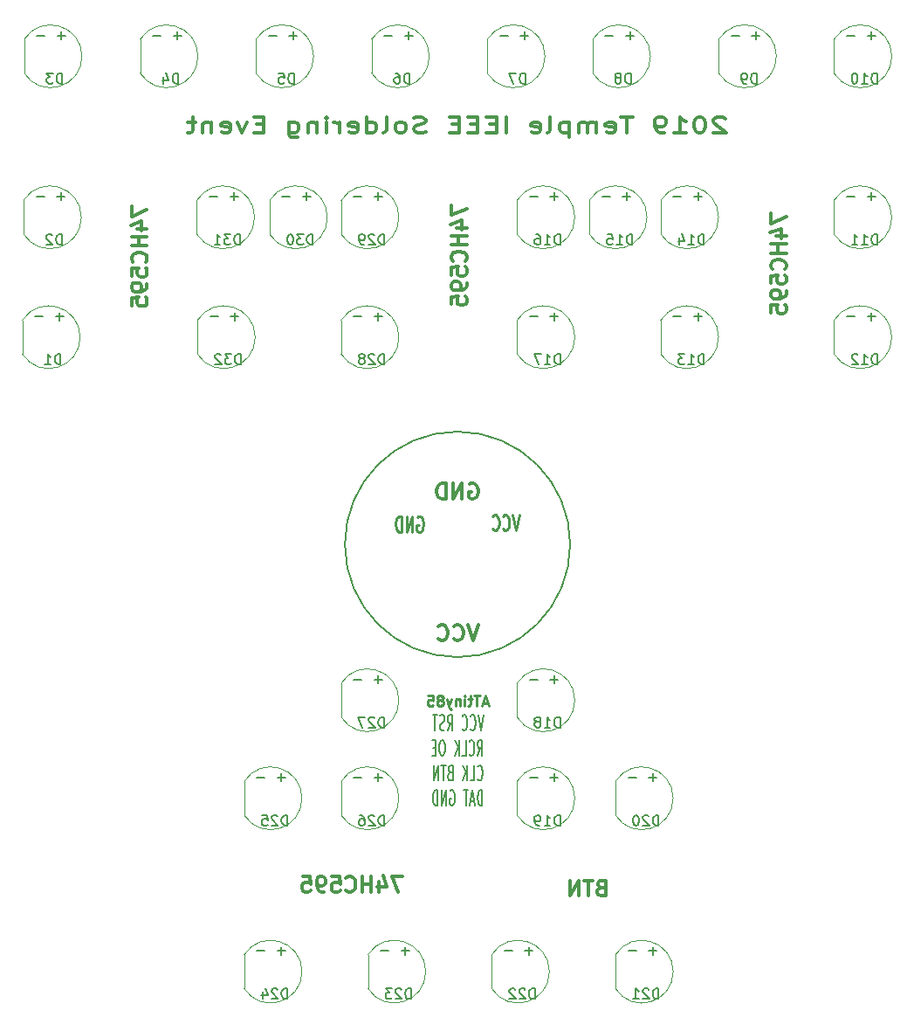
<source format=gbr>
G04 #@! TF.GenerationSoftware,KiCad,Pcbnew,(5.0.0)*
G04 #@! TF.CreationDate,2019-09-06T11:34:28-04:00*
G04 #@! TF.ProjectId,MiniTempleT,4D696E6954656D706C65542E6B696361,rev?*
G04 #@! TF.SameCoordinates,Original*
G04 #@! TF.FileFunction,Legend,Bot*
G04 #@! TF.FilePolarity,Positive*
%FSLAX46Y46*%
G04 Gerber Fmt 4.6, Leading zero omitted, Abs format (unit mm)*
G04 Created by KiCad (PCBNEW (5.0.0)) date 09/06/19 11:34:28*
%MOMM*%
%LPD*%
G01*
G04 APERTURE LIST*
%ADD10C,0.300000*%
%ADD11C,0.250000*%
%ADD12C,0.175000*%
%ADD13C,0.200000*%
%ADD14C,0.120000*%
%ADD15C,0.150000*%
G04 APERTURE END LIST*
D10*
X197152380Y-64021428D02*
X197057142Y-63950000D01*
X196866666Y-63878571D01*
X196390476Y-63878571D01*
X196200000Y-63950000D01*
X196104761Y-64021428D01*
X196009523Y-64164285D01*
X196009523Y-64307142D01*
X196104761Y-64521428D01*
X197247619Y-65378571D01*
X196009523Y-65378571D01*
X194771428Y-63878571D02*
X194580952Y-63878571D01*
X194390476Y-63950000D01*
X194295238Y-64021428D01*
X194200000Y-64164285D01*
X194104761Y-64450000D01*
X194104761Y-64807142D01*
X194200000Y-65092857D01*
X194295238Y-65235714D01*
X194390476Y-65307142D01*
X194580952Y-65378571D01*
X194771428Y-65378571D01*
X194961904Y-65307142D01*
X195057142Y-65235714D01*
X195152380Y-65092857D01*
X195247619Y-64807142D01*
X195247619Y-64450000D01*
X195152380Y-64164285D01*
X195057142Y-64021428D01*
X194961904Y-63950000D01*
X194771428Y-63878571D01*
X192200000Y-65378571D02*
X193342857Y-65378571D01*
X192771428Y-65378571D02*
X192771428Y-63878571D01*
X192961904Y-64092857D01*
X193152380Y-64235714D01*
X193342857Y-64307142D01*
X191247619Y-65378571D02*
X190866666Y-65378571D01*
X190676190Y-65307142D01*
X190580952Y-65235714D01*
X190390476Y-65021428D01*
X190295238Y-64735714D01*
X190295238Y-64164285D01*
X190390476Y-64021428D01*
X190485714Y-63950000D01*
X190676190Y-63878571D01*
X191057142Y-63878571D01*
X191247619Y-63950000D01*
X191342857Y-64021428D01*
X191438095Y-64164285D01*
X191438095Y-64521428D01*
X191342857Y-64664285D01*
X191247619Y-64735714D01*
X191057142Y-64807142D01*
X190676190Y-64807142D01*
X190485714Y-64735714D01*
X190390476Y-64664285D01*
X190295238Y-64521428D01*
X188200000Y-63878571D02*
X187057142Y-63878571D01*
X187628571Y-65378571D02*
X187628571Y-63878571D01*
X185628571Y-65307142D02*
X185819047Y-65378571D01*
X186200000Y-65378571D01*
X186390476Y-65307142D01*
X186485714Y-65164285D01*
X186485714Y-64592857D01*
X186390476Y-64450000D01*
X186200000Y-64378571D01*
X185819047Y-64378571D01*
X185628571Y-64450000D01*
X185533333Y-64592857D01*
X185533333Y-64735714D01*
X186485714Y-64878571D01*
X184676190Y-65378571D02*
X184676190Y-64378571D01*
X184676190Y-64521428D02*
X184580952Y-64450000D01*
X184390476Y-64378571D01*
X184104761Y-64378571D01*
X183914285Y-64450000D01*
X183819047Y-64592857D01*
X183819047Y-65378571D01*
X183819047Y-64592857D02*
X183723809Y-64450000D01*
X183533333Y-64378571D01*
X183247619Y-64378571D01*
X183057142Y-64450000D01*
X182961904Y-64592857D01*
X182961904Y-65378571D01*
X182009523Y-64378571D02*
X182009523Y-65878571D01*
X182009523Y-64450000D02*
X181819047Y-64378571D01*
X181438095Y-64378571D01*
X181247619Y-64450000D01*
X181152380Y-64521428D01*
X181057142Y-64664285D01*
X181057142Y-65092857D01*
X181152380Y-65235714D01*
X181247619Y-65307142D01*
X181438095Y-65378571D01*
X181819047Y-65378571D01*
X182009523Y-65307142D01*
X179914285Y-65378571D02*
X180104761Y-65307142D01*
X180200000Y-65164285D01*
X180200000Y-63878571D01*
X178390476Y-65307142D02*
X178580952Y-65378571D01*
X178961904Y-65378571D01*
X179152380Y-65307142D01*
X179247619Y-65164285D01*
X179247619Y-64592857D01*
X179152380Y-64450000D01*
X178961904Y-64378571D01*
X178580952Y-64378571D01*
X178390476Y-64450000D01*
X178295238Y-64592857D01*
X178295238Y-64735714D01*
X179247619Y-64878571D01*
X175914285Y-65378571D02*
X175914285Y-63878571D01*
X174961904Y-64592857D02*
X174295238Y-64592857D01*
X174009523Y-65378571D02*
X174961904Y-65378571D01*
X174961904Y-63878571D01*
X174009523Y-63878571D01*
X173152380Y-64592857D02*
X172485714Y-64592857D01*
X172200000Y-65378571D02*
X173152380Y-65378571D01*
X173152380Y-63878571D01*
X172200000Y-63878571D01*
X171342857Y-64592857D02*
X170676190Y-64592857D01*
X170390476Y-65378571D02*
X171342857Y-65378571D01*
X171342857Y-63878571D01*
X170390476Y-63878571D01*
X168104761Y-65307142D02*
X167819047Y-65378571D01*
X167342857Y-65378571D01*
X167152380Y-65307142D01*
X167057142Y-65235714D01*
X166961904Y-65092857D01*
X166961904Y-64950000D01*
X167057142Y-64807142D01*
X167152380Y-64735714D01*
X167342857Y-64664285D01*
X167723809Y-64592857D01*
X167914285Y-64521428D01*
X168009523Y-64450000D01*
X168104761Y-64307142D01*
X168104761Y-64164285D01*
X168009523Y-64021428D01*
X167914285Y-63950000D01*
X167723809Y-63878571D01*
X167247619Y-63878571D01*
X166961904Y-63950000D01*
X165819047Y-65378571D02*
X166009523Y-65307142D01*
X166104761Y-65235714D01*
X166200000Y-65092857D01*
X166200000Y-64664285D01*
X166104761Y-64521428D01*
X166009523Y-64450000D01*
X165819047Y-64378571D01*
X165533333Y-64378571D01*
X165342857Y-64450000D01*
X165247619Y-64521428D01*
X165152380Y-64664285D01*
X165152380Y-65092857D01*
X165247619Y-65235714D01*
X165342857Y-65307142D01*
X165533333Y-65378571D01*
X165819047Y-65378571D01*
X164009523Y-65378571D02*
X164200000Y-65307142D01*
X164295238Y-65164285D01*
X164295238Y-63878571D01*
X162390476Y-65378571D02*
X162390476Y-63878571D01*
X162390476Y-65307142D02*
X162580952Y-65378571D01*
X162961904Y-65378571D01*
X163152380Y-65307142D01*
X163247619Y-65235714D01*
X163342857Y-65092857D01*
X163342857Y-64664285D01*
X163247619Y-64521428D01*
X163152380Y-64450000D01*
X162961904Y-64378571D01*
X162580952Y-64378571D01*
X162390476Y-64450000D01*
X160676190Y-65307142D02*
X160866666Y-65378571D01*
X161247619Y-65378571D01*
X161438095Y-65307142D01*
X161533333Y-65164285D01*
X161533333Y-64592857D01*
X161438095Y-64450000D01*
X161247619Y-64378571D01*
X160866666Y-64378571D01*
X160676190Y-64450000D01*
X160580952Y-64592857D01*
X160580952Y-64735714D01*
X161533333Y-64878571D01*
X159723809Y-65378571D02*
X159723809Y-64378571D01*
X159723809Y-64664285D02*
X159628571Y-64521428D01*
X159533333Y-64450000D01*
X159342857Y-64378571D01*
X159152380Y-64378571D01*
X158485714Y-65378571D02*
X158485714Y-64378571D01*
X158485714Y-63878571D02*
X158580952Y-63950000D01*
X158485714Y-64021428D01*
X158390476Y-63950000D01*
X158485714Y-63878571D01*
X158485714Y-64021428D01*
X157533333Y-64378571D02*
X157533333Y-65378571D01*
X157533333Y-64521428D02*
X157438095Y-64450000D01*
X157247619Y-64378571D01*
X156961904Y-64378571D01*
X156771428Y-64450000D01*
X156676190Y-64592857D01*
X156676190Y-65378571D01*
X154866666Y-64378571D02*
X154866666Y-65592857D01*
X154961904Y-65735714D01*
X155057142Y-65807142D01*
X155247619Y-65878571D01*
X155533333Y-65878571D01*
X155723809Y-65807142D01*
X154866666Y-65307142D02*
X155057142Y-65378571D01*
X155438095Y-65378571D01*
X155628571Y-65307142D01*
X155723809Y-65235714D01*
X155819047Y-65092857D01*
X155819047Y-64664285D01*
X155723809Y-64521428D01*
X155628571Y-64450000D01*
X155438095Y-64378571D01*
X155057142Y-64378571D01*
X154866666Y-64450000D01*
X152390476Y-64592857D02*
X151723809Y-64592857D01*
X151438095Y-65378571D02*
X152390476Y-65378571D01*
X152390476Y-63878571D01*
X151438095Y-63878571D01*
X150771428Y-64378571D02*
X150295238Y-65378571D01*
X149819047Y-64378571D01*
X148295238Y-65307142D02*
X148485714Y-65378571D01*
X148866666Y-65378571D01*
X149057142Y-65307142D01*
X149152380Y-65164285D01*
X149152380Y-64592857D01*
X149057142Y-64450000D01*
X148866666Y-64378571D01*
X148485714Y-64378571D01*
X148295238Y-64450000D01*
X148200000Y-64592857D01*
X148200000Y-64735714D01*
X149152380Y-64878571D01*
X147342857Y-64378571D02*
X147342857Y-65378571D01*
X147342857Y-64521428D02*
X147247619Y-64450000D01*
X147057142Y-64378571D01*
X146771428Y-64378571D01*
X146580952Y-64450000D01*
X146485714Y-64592857D01*
X146485714Y-65378571D01*
X145819047Y-64378571D02*
X145057142Y-64378571D01*
X145533333Y-63878571D02*
X145533333Y-65164285D01*
X145438095Y-65307142D01*
X145247619Y-65378571D01*
X145057142Y-65378571D01*
D11*
X174128571Y-120666666D02*
X173652380Y-120666666D01*
X174223809Y-120952380D02*
X173890476Y-119952380D01*
X173557142Y-120952380D01*
X173366666Y-119952380D02*
X172795238Y-119952380D01*
X173080952Y-120952380D02*
X173080952Y-119952380D01*
X172604761Y-120285714D02*
X172223809Y-120285714D01*
X172461904Y-119952380D02*
X172461904Y-120809523D01*
X172414285Y-120904761D01*
X172319047Y-120952380D01*
X172223809Y-120952380D01*
X171890476Y-120952380D02*
X171890476Y-120285714D01*
X171890476Y-119952380D02*
X171938095Y-120000000D01*
X171890476Y-120047619D01*
X171842857Y-120000000D01*
X171890476Y-119952380D01*
X171890476Y-120047619D01*
X171414285Y-120285714D02*
X171414285Y-120952380D01*
X171414285Y-120380952D02*
X171366666Y-120333333D01*
X171271428Y-120285714D01*
X171128571Y-120285714D01*
X171033333Y-120333333D01*
X170985714Y-120428571D01*
X170985714Y-120952380D01*
X170604761Y-120285714D02*
X170366666Y-120952380D01*
X170128571Y-120285714D02*
X170366666Y-120952380D01*
X170461904Y-121190476D01*
X170509523Y-121238095D01*
X170604761Y-121285714D01*
X169604761Y-120380952D02*
X169700000Y-120333333D01*
X169747619Y-120285714D01*
X169795238Y-120190476D01*
X169795238Y-120142857D01*
X169747619Y-120047619D01*
X169700000Y-120000000D01*
X169604761Y-119952380D01*
X169414285Y-119952380D01*
X169319047Y-120000000D01*
X169271428Y-120047619D01*
X169223809Y-120142857D01*
X169223809Y-120190476D01*
X169271428Y-120285714D01*
X169319047Y-120333333D01*
X169414285Y-120380952D01*
X169604761Y-120380952D01*
X169700000Y-120428571D01*
X169747619Y-120476190D01*
X169795238Y-120571428D01*
X169795238Y-120761904D01*
X169747619Y-120857142D01*
X169700000Y-120904761D01*
X169604761Y-120952380D01*
X169414285Y-120952380D01*
X169319047Y-120904761D01*
X169271428Y-120857142D01*
X169223809Y-120761904D01*
X169223809Y-120571428D01*
X169271428Y-120476190D01*
X169319047Y-120428571D01*
X169414285Y-120380952D01*
X168319047Y-119952380D02*
X168795238Y-119952380D01*
X168842857Y-120428571D01*
X168795238Y-120380952D01*
X168700000Y-120333333D01*
X168461904Y-120333333D01*
X168366666Y-120380952D01*
X168319047Y-120428571D01*
X168271428Y-120523809D01*
X168271428Y-120761904D01*
X168319047Y-120857142D01*
X168366666Y-120904761D01*
X168461904Y-120952380D01*
X168700000Y-120952380D01*
X168795238Y-120904761D01*
X168842857Y-120857142D01*
D10*
X165812857Y-137478571D02*
X164812857Y-137478571D01*
X165455714Y-138978571D01*
X163598571Y-137978571D02*
X163598571Y-138978571D01*
X163955714Y-137407142D02*
X164312857Y-138478571D01*
X163384285Y-138478571D01*
X162812857Y-138978571D02*
X162812857Y-137478571D01*
X162812857Y-138192857D02*
X161955714Y-138192857D01*
X161955714Y-138978571D02*
X161955714Y-137478571D01*
X160384285Y-138835714D02*
X160455714Y-138907142D01*
X160670000Y-138978571D01*
X160812857Y-138978571D01*
X161027142Y-138907142D01*
X161170000Y-138764285D01*
X161241428Y-138621428D01*
X161312857Y-138335714D01*
X161312857Y-138121428D01*
X161241428Y-137835714D01*
X161170000Y-137692857D01*
X161027142Y-137550000D01*
X160812857Y-137478571D01*
X160670000Y-137478571D01*
X160455714Y-137550000D01*
X160384285Y-137621428D01*
X159027142Y-137478571D02*
X159741428Y-137478571D01*
X159812857Y-138192857D01*
X159741428Y-138121428D01*
X159598571Y-138050000D01*
X159241428Y-138050000D01*
X159098571Y-138121428D01*
X159027142Y-138192857D01*
X158955714Y-138335714D01*
X158955714Y-138692857D01*
X159027142Y-138835714D01*
X159098571Y-138907142D01*
X159241428Y-138978571D01*
X159598571Y-138978571D01*
X159741428Y-138907142D01*
X159812857Y-138835714D01*
X158241428Y-138978571D02*
X157955714Y-138978571D01*
X157812857Y-138907142D01*
X157741428Y-138835714D01*
X157598571Y-138621428D01*
X157527142Y-138335714D01*
X157527142Y-137764285D01*
X157598571Y-137621428D01*
X157670000Y-137550000D01*
X157812857Y-137478571D01*
X158098571Y-137478571D01*
X158241428Y-137550000D01*
X158312857Y-137621428D01*
X158384285Y-137764285D01*
X158384285Y-138121428D01*
X158312857Y-138264285D01*
X158241428Y-138335714D01*
X158098571Y-138407142D01*
X157812857Y-138407142D01*
X157670000Y-138335714D01*
X157598571Y-138264285D01*
X157527142Y-138121428D01*
X156170000Y-137478571D02*
X156884285Y-137478571D01*
X156955714Y-138192857D01*
X156884285Y-138121428D01*
X156741428Y-138050000D01*
X156384285Y-138050000D01*
X156241428Y-138121428D01*
X156170000Y-138192857D01*
X156098571Y-138335714D01*
X156098571Y-138692857D01*
X156170000Y-138835714D01*
X156241428Y-138907142D01*
X156384285Y-138978571D01*
X156741428Y-138978571D01*
X156884285Y-138907142D01*
X156955714Y-138835714D01*
X201578571Y-73207142D02*
X201578571Y-74207142D01*
X203078571Y-73564285D01*
X202078571Y-75421428D02*
X203078571Y-75421428D01*
X201507142Y-75064285D02*
X202578571Y-74707142D01*
X202578571Y-75635714D01*
X203078571Y-76207142D02*
X201578571Y-76207142D01*
X202292857Y-76207142D02*
X202292857Y-77064285D01*
X203078571Y-77064285D02*
X201578571Y-77064285D01*
X202935714Y-78635714D02*
X203007142Y-78564285D01*
X203078571Y-78350000D01*
X203078571Y-78207142D01*
X203007142Y-77992857D01*
X202864285Y-77850000D01*
X202721428Y-77778571D01*
X202435714Y-77707142D01*
X202221428Y-77707142D01*
X201935714Y-77778571D01*
X201792857Y-77850000D01*
X201650000Y-77992857D01*
X201578571Y-78207142D01*
X201578571Y-78350000D01*
X201650000Y-78564285D01*
X201721428Y-78635714D01*
X201578571Y-79992857D02*
X201578571Y-79278571D01*
X202292857Y-79207142D01*
X202221428Y-79278571D01*
X202150000Y-79421428D01*
X202150000Y-79778571D01*
X202221428Y-79921428D01*
X202292857Y-79992857D01*
X202435714Y-80064285D01*
X202792857Y-80064285D01*
X202935714Y-79992857D01*
X203007142Y-79921428D01*
X203078571Y-79778571D01*
X203078571Y-79421428D01*
X203007142Y-79278571D01*
X202935714Y-79207142D01*
X203078571Y-80778571D02*
X203078571Y-81064285D01*
X203007142Y-81207142D01*
X202935714Y-81278571D01*
X202721428Y-81421428D01*
X202435714Y-81492857D01*
X201864285Y-81492857D01*
X201721428Y-81421428D01*
X201650000Y-81350000D01*
X201578571Y-81207142D01*
X201578571Y-80921428D01*
X201650000Y-80778571D01*
X201721428Y-80707142D01*
X201864285Y-80635714D01*
X202221428Y-80635714D01*
X202364285Y-80707142D01*
X202435714Y-80778571D01*
X202507142Y-80921428D01*
X202507142Y-81207142D01*
X202435714Y-81350000D01*
X202364285Y-81421428D01*
X202221428Y-81492857D01*
X201578571Y-82850000D02*
X201578571Y-82135714D01*
X202292857Y-82064285D01*
X202221428Y-82135714D01*
X202150000Y-82278571D01*
X202150000Y-82635714D01*
X202221428Y-82778571D01*
X202292857Y-82850000D01*
X202435714Y-82921428D01*
X202792857Y-82921428D01*
X202935714Y-82850000D01*
X203007142Y-82778571D01*
X203078571Y-82635714D01*
X203078571Y-82278571D01*
X203007142Y-82135714D01*
X202935714Y-82064285D01*
X170578571Y-72407142D02*
X170578571Y-73407142D01*
X172078571Y-72764285D01*
X171078571Y-74621428D02*
X172078571Y-74621428D01*
X170507142Y-74264285D02*
X171578571Y-73907142D01*
X171578571Y-74835714D01*
X172078571Y-75407142D02*
X170578571Y-75407142D01*
X171292857Y-75407142D02*
X171292857Y-76264285D01*
X172078571Y-76264285D02*
X170578571Y-76264285D01*
X171935714Y-77835714D02*
X172007142Y-77764285D01*
X172078571Y-77550000D01*
X172078571Y-77407142D01*
X172007142Y-77192857D01*
X171864285Y-77050000D01*
X171721428Y-76978571D01*
X171435714Y-76907142D01*
X171221428Y-76907142D01*
X170935714Y-76978571D01*
X170792857Y-77050000D01*
X170650000Y-77192857D01*
X170578571Y-77407142D01*
X170578571Y-77550000D01*
X170650000Y-77764285D01*
X170721428Y-77835714D01*
X170578571Y-79192857D02*
X170578571Y-78478571D01*
X171292857Y-78407142D01*
X171221428Y-78478571D01*
X171150000Y-78621428D01*
X171150000Y-78978571D01*
X171221428Y-79121428D01*
X171292857Y-79192857D01*
X171435714Y-79264285D01*
X171792857Y-79264285D01*
X171935714Y-79192857D01*
X172007142Y-79121428D01*
X172078571Y-78978571D01*
X172078571Y-78621428D01*
X172007142Y-78478571D01*
X171935714Y-78407142D01*
X172078571Y-79978571D02*
X172078571Y-80264285D01*
X172007142Y-80407142D01*
X171935714Y-80478571D01*
X171721428Y-80621428D01*
X171435714Y-80692857D01*
X170864285Y-80692857D01*
X170721428Y-80621428D01*
X170650000Y-80550000D01*
X170578571Y-80407142D01*
X170578571Y-80121428D01*
X170650000Y-79978571D01*
X170721428Y-79907142D01*
X170864285Y-79835714D01*
X171221428Y-79835714D01*
X171364285Y-79907142D01*
X171435714Y-79978571D01*
X171507142Y-80121428D01*
X171507142Y-80407142D01*
X171435714Y-80550000D01*
X171364285Y-80621428D01*
X171221428Y-80692857D01*
X170578571Y-82050000D02*
X170578571Y-81335714D01*
X171292857Y-81264285D01*
X171221428Y-81335714D01*
X171150000Y-81478571D01*
X171150000Y-81835714D01*
X171221428Y-81978571D01*
X171292857Y-82050000D01*
X171435714Y-82121428D01*
X171792857Y-82121428D01*
X171935714Y-82050000D01*
X172007142Y-81978571D01*
X172078571Y-81835714D01*
X172078571Y-81478571D01*
X172007142Y-81335714D01*
X171935714Y-81264285D01*
X139578571Y-72507142D02*
X139578571Y-73507142D01*
X141078571Y-72864285D01*
X140078571Y-74721428D02*
X141078571Y-74721428D01*
X139507142Y-74364285D02*
X140578571Y-74007142D01*
X140578571Y-74935714D01*
X141078571Y-75507142D02*
X139578571Y-75507142D01*
X140292857Y-75507142D02*
X140292857Y-76364285D01*
X141078571Y-76364285D02*
X139578571Y-76364285D01*
X140935714Y-77935714D02*
X141007142Y-77864285D01*
X141078571Y-77650000D01*
X141078571Y-77507142D01*
X141007142Y-77292857D01*
X140864285Y-77150000D01*
X140721428Y-77078571D01*
X140435714Y-77007142D01*
X140221428Y-77007142D01*
X139935714Y-77078571D01*
X139792857Y-77150000D01*
X139650000Y-77292857D01*
X139578571Y-77507142D01*
X139578571Y-77650000D01*
X139650000Y-77864285D01*
X139721428Y-77935714D01*
X139578571Y-79292857D02*
X139578571Y-78578571D01*
X140292857Y-78507142D01*
X140221428Y-78578571D01*
X140150000Y-78721428D01*
X140150000Y-79078571D01*
X140221428Y-79221428D01*
X140292857Y-79292857D01*
X140435714Y-79364285D01*
X140792857Y-79364285D01*
X140935714Y-79292857D01*
X141007142Y-79221428D01*
X141078571Y-79078571D01*
X141078571Y-78721428D01*
X141007142Y-78578571D01*
X140935714Y-78507142D01*
X141078571Y-80078571D02*
X141078571Y-80364285D01*
X141007142Y-80507142D01*
X140935714Y-80578571D01*
X140721428Y-80721428D01*
X140435714Y-80792857D01*
X139864285Y-80792857D01*
X139721428Y-80721428D01*
X139650000Y-80650000D01*
X139578571Y-80507142D01*
X139578571Y-80221428D01*
X139650000Y-80078571D01*
X139721428Y-80007142D01*
X139864285Y-79935714D01*
X140221428Y-79935714D01*
X140364285Y-80007142D01*
X140435714Y-80078571D01*
X140507142Y-80221428D01*
X140507142Y-80507142D01*
X140435714Y-80650000D01*
X140364285Y-80721428D01*
X140221428Y-80792857D01*
X139578571Y-82150000D02*
X139578571Y-81435714D01*
X140292857Y-81364285D01*
X140221428Y-81435714D01*
X140150000Y-81578571D01*
X140150000Y-81935714D01*
X140221428Y-82078571D01*
X140292857Y-82150000D01*
X140435714Y-82221428D01*
X140792857Y-82221428D01*
X140935714Y-82150000D01*
X141007142Y-82078571D01*
X141078571Y-81935714D01*
X141078571Y-81578571D01*
X141007142Y-81435714D01*
X140935714Y-81364285D01*
D11*
X177168404Y-102442571D02*
X176835071Y-103942571D01*
X176501738Y-102442571D01*
X175596976Y-103799714D02*
X175644595Y-103871142D01*
X175787452Y-103942571D01*
X175882690Y-103942571D01*
X176025547Y-103871142D01*
X176120785Y-103728285D01*
X176168404Y-103585428D01*
X176216023Y-103299714D01*
X176216023Y-103085428D01*
X176168404Y-102799714D01*
X176120785Y-102656857D01*
X176025547Y-102514000D01*
X175882690Y-102442571D01*
X175787452Y-102442571D01*
X175644595Y-102514000D01*
X175596976Y-102585428D01*
X174596976Y-103799714D02*
X174644595Y-103871142D01*
X174787452Y-103942571D01*
X174882690Y-103942571D01*
X175025547Y-103871142D01*
X175120785Y-103728285D01*
X175168404Y-103585428D01*
X175216023Y-103299714D01*
X175216023Y-103085428D01*
X175168404Y-102799714D01*
X175120785Y-102656857D01*
X175025547Y-102514000D01*
X174882690Y-102442571D01*
X174787452Y-102442571D01*
X174644595Y-102514000D01*
X174596976Y-102585428D01*
D10*
X185116320Y-138564577D02*
X184902034Y-138636005D01*
X184830605Y-138707434D01*
X184759177Y-138850291D01*
X184759177Y-139064577D01*
X184830605Y-139207434D01*
X184902034Y-139278862D01*
X185044891Y-139350291D01*
X185616320Y-139350291D01*
X185616320Y-137850291D01*
X185116320Y-137850291D01*
X184973462Y-137921720D01*
X184902034Y-137993148D01*
X184830605Y-138136005D01*
X184830605Y-138278862D01*
X184902034Y-138421720D01*
X184973462Y-138493148D01*
X185116320Y-138564577D01*
X185616320Y-138564577D01*
X184330605Y-137850291D02*
X183473462Y-137850291D01*
X183902034Y-139350291D02*
X183902034Y-137850291D01*
X182973462Y-139350291D02*
X182973462Y-137850291D01*
X182116320Y-139350291D01*
X182116320Y-137850291D01*
D12*
X173710059Y-121841071D02*
X173443392Y-123341071D01*
X173176726Y-121841071D01*
X172452916Y-123198214D02*
X172491011Y-123269642D01*
X172605297Y-123341071D01*
X172681488Y-123341071D01*
X172795773Y-123269642D01*
X172871964Y-123126785D01*
X172910059Y-122983928D01*
X172948154Y-122698214D01*
X172948154Y-122483928D01*
X172910059Y-122198214D01*
X172871964Y-122055357D01*
X172795773Y-121912500D01*
X172681488Y-121841071D01*
X172605297Y-121841071D01*
X172491011Y-121912500D01*
X172452916Y-121983928D01*
X171652916Y-123198214D02*
X171691011Y-123269642D01*
X171805297Y-123341071D01*
X171881488Y-123341071D01*
X171995773Y-123269642D01*
X172071964Y-123126785D01*
X172110059Y-122983928D01*
X172148154Y-122698214D01*
X172148154Y-122483928D01*
X172110059Y-122198214D01*
X172071964Y-122055357D01*
X171995773Y-121912500D01*
X171881488Y-121841071D01*
X171805297Y-121841071D01*
X171691011Y-121912500D01*
X171652916Y-121983928D01*
X170243392Y-123341071D02*
X170510059Y-122626785D01*
X170700535Y-123341071D02*
X170700535Y-121841071D01*
X170395773Y-121841071D01*
X170319583Y-121912500D01*
X170281488Y-121983928D01*
X170243392Y-122126785D01*
X170243392Y-122341071D01*
X170281488Y-122483928D01*
X170319583Y-122555357D01*
X170395773Y-122626785D01*
X170700535Y-122626785D01*
X169938630Y-123269642D02*
X169824345Y-123341071D01*
X169633869Y-123341071D01*
X169557678Y-123269642D01*
X169519583Y-123198214D01*
X169481488Y-123055357D01*
X169481488Y-122912500D01*
X169519583Y-122769642D01*
X169557678Y-122698214D01*
X169633869Y-122626785D01*
X169786250Y-122555357D01*
X169862440Y-122483928D01*
X169900535Y-122412500D01*
X169938630Y-122269642D01*
X169938630Y-122126785D01*
X169900535Y-121983928D01*
X169862440Y-121912500D01*
X169786250Y-121841071D01*
X169595773Y-121841071D01*
X169481488Y-121912500D01*
X169252916Y-121841071D02*
X168795773Y-121841071D01*
X169024345Y-123341071D02*
X169024345Y-121841071D01*
X173138630Y-125766071D02*
X173405297Y-125051785D01*
X173595773Y-125766071D02*
X173595773Y-124266071D01*
X173291011Y-124266071D01*
X173214821Y-124337500D01*
X173176726Y-124408928D01*
X173138630Y-124551785D01*
X173138630Y-124766071D01*
X173176726Y-124908928D01*
X173214821Y-124980357D01*
X173291011Y-125051785D01*
X173595773Y-125051785D01*
X172338630Y-125623214D02*
X172376726Y-125694642D01*
X172491011Y-125766071D01*
X172567202Y-125766071D01*
X172681488Y-125694642D01*
X172757678Y-125551785D01*
X172795773Y-125408928D01*
X172833869Y-125123214D01*
X172833869Y-124908928D01*
X172795773Y-124623214D01*
X172757678Y-124480357D01*
X172681488Y-124337500D01*
X172567202Y-124266071D01*
X172491011Y-124266071D01*
X172376726Y-124337500D01*
X172338630Y-124408928D01*
X171614821Y-125766071D02*
X171995773Y-125766071D01*
X171995773Y-124266071D01*
X171348154Y-125766071D02*
X171348154Y-124266071D01*
X170891011Y-125766071D02*
X171233869Y-124908928D01*
X170891011Y-124266071D02*
X171348154Y-125123214D01*
X169786250Y-124266071D02*
X169633869Y-124266071D01*
X169557678Y-124337500D01*
X169481488Y-124480357D01*
X169443392Y-124766071D01*
X169443392Y-125266071D01*
X169481488Y-125551785D01*
X169557678Y-125694642D01*
X169633869Y-125766071D01*
X169786250Y-125766071D01*
X169862440Y-125694642D01*
X169938630Y-125551785D01*
X169976726Y-125266071D01*
X169976726Y-124766071D01*
X169938630Y-124480357D01*
X169862440Y-124337500D01*
X169786250Y-124266071D01*
X169100535Y-124980357D02*
X168833869Y-124980357D01*
X168719583Y-125766071D02*
X169100535Y-125766071D01*
X169100535Y-124266071D01*
X168719583Y-124266071D01*
X173138630Y-128048214D02*
X173176726Y-128119642D01*
X173291011Y-128191071D01*
X173367202Y-128191071D01*
X173481488Y-128119642D01*
X173557678Y-127976785D01*
X173595773Y-127833928D01*
X173633869Y-127548214D01*
X173633869Y-127333928D01*
X173595773Y-127048214D01*
X173557678Y-126905357D01*
X173481488Y-126762500D01*
X173367202Y-126691071D01*
X173291011Y-126691071D01*
X173176726Y-126762500D01*
X173138630Y-126833928D01*
X172414821Y-128191071D02*
X172795773Y-128191071D01*
X172795773Y-126691071D01*
X172148154Y-128191071D02*
X172148154Y-126691071D01*
X171691011Y-128191071D02*
X172033869Y-127333928D01*
X171691011Y-126691071D02*
X172148154Y-127548214D01*
X170471964Y-127405357D02*
X170357678Y-127476785D01*
X170319583Y-127548214D01*
X170281488Y-127691071D01*
X170281488Y-127905357D01*
X170319583Y-128048214D01*
X170357678Y-128119642D01*
X170433869Y-128191071D01*
X170738630Y-128191071D01*
X170738630Y-126691071D01*
X170471964Y-126691071D01*
X170395773Y-126762500D01*
X170357678Y-126833928D01*
X170319583Y-126976785D01*
X170319583Y-127119642D01*
X170357678Y-127262500D01*
X170395773Y-127333928D01*
X170471964Y-127405357D01*
X170738630Y-127405357D01*
X170052916Y-126691071D02*
X169595773Y-126691071D01*
X169824345Y-128191071D02*
X169824345Y-126691071D01*
X169329107Y-128191071D02*
X169329107Y-126691071D01*
X168871964Y-128191071D01*
X168871964Y-126691071D01*
X173595773Y-130616071D02*
X173595773Y-129116071D01*
X173405297Y-129116071D01*
X173291011Y-129187500D01*
X173214821Y-129330357D01*
X173176726Y-129473214D01*
X173138630Y-129758928D01*
X173138630Y-129973214D01*
X173176726Y-130258928D01*
X173214821Y-130401785D01*
X173291011Y-130544642D01*
X173405297Y-130616071D01*
X173595773Y-130616071D01*
X172833869Y-130187500D02*
X172452916Y-130187500D01*
X172910059Y-130616071D02*
X172643392Y-129116071D01*
X172376726Y-130616071D01*
X172224345Y-129116071D02*
X171767202Y-129116071D01*
X171995773Y-130616071D02*
X171995773Y-129116071D01*
X170471964Y-129187500D02*
X170548154Y-129116071D01*
X170662440Y-129116071D01*
X170776726Y-129187500D01*
X170852916Y-129330357D01*
X170891011Y-129473214D01*
X170929107Y-129758928D01*
X170929107Y-129973214D01*
X170891011Y-130258928D01*
X170852916Y-130401785D01*
X170776726Y-130544642D01*
X170662440Y-130616071D01*
X170586250Y-130616071D01*
X170471964Y-130544642D01*
X170433869Y-130473214D01*
X170433869Y-129973214D01*
X170586250Y-129973214D01*
X170091011Y-130616071D02*
X170091011Y-129116071D01*
X169633869Y-130616071D01*
X169633869Y-129116071D01*
X169252916Y-130616071D02*
X169252916Y-129116071D01*
X169062440Y-129116071D01*
X168948154Y-129187500D01*
X168871964Y-129330357D01*
X168833869Y-129473214D01*
X168795773Y-129758928D01*
X168795773Y-129973214D01*
X168833869Y-130258928D01*
X168871964Y-130401785D01*
X168948154Y-130544642D01*
X169062440Y-130616071D01*
X169252916Y-130616071D01*
D10*
X173196000Y-113110571D02*
X172696000Y-114610571D01*
X172196000Y-113110571D01*
X170838857Y-114467714D02*
X170910285Y-114539142D01*
X171124571Y-114610571D01*
X171267428Y-114610571D01*
X171481714Y-114539142D01*
X171624571Y-114396285D01*
X171696000Y-114253428D01*
X171767428Y-113967714D01*
X171767428Y-113753428D01*
X171696000Y-113467714D01*
X171624571Y-113324857D01*
X171481714Y-113182000D01*
X171267428Y-113110571D01*
X171124571Y-113110571D01*
X170910285Y-113182000D01*
X170838857Y-113253428D01*
X169338857Y-114467714D02*
X169410285Y-114539142D01*
X169624571Y-114610571D01*
X169767428Y-114610571D01*
X169981714Y-114539142D01*
X170124571Y-114396285D01*
X170196000Y-114253428D01*
X170267428Y-113967714D01*
X170267428Y-113753428D01*
X170196000Y-113467714D01*
X170124571Y-113324857D01*
X169981714Y-113182000D01*
X169767428Y-113110571D01*
X169624571Y-113110571D01*
X169410285Y-113182000D01*
X169338857Y-113253428D01*
X172338857Y-99466000D02*
X172481714Y-99394571D01*
X172696000Y-99394571D01*
X172910285Y-99466000D01*
X173053142Y-99608857D01*
X173124571Y-99751714D01*
X173196000Y-100037428D01*
X173196000Y-100251714D01*
X173124571Y-100537428D01*
X173053142Y-100680285D01*
X172910285Y-100823142D01*
X172696000Y-100894571D01*
X172553142Y-100894571D01*
X172338857Y-100823142D01*
X172267428Y-100751714D01*
X172267428Y-100251714D01*
X172553142Y-100251714D01*
X171624571Y-100894571D02*
X171624571Y-99394571D01*
X170767428Y-100894571D01*
X170767428Y-99394571D01*
X170053142Y-100894571D02*
X170053142Y-99394571D01*
X169696000Y-99394571D01*
X169481714Y-99466000D01*
X169338857Y-99608857D01*
X169267428Y-99751714D01*
X169196000Y-100037428D01*
X169196000Y-100251714D01*
X169267428Y-100537428D01*
X169338857Y-100680285D01*
X169481714Y-100823142D01*
X169696000Y-100894571D01*
X170053142Y-100894571D01*
D13*
X182120953Y-105296000D02*
G75*
G03X182120953Y-105296000I-10924953J0D01*
G01*
D11*
X167294214Y-102641000D02*
X167389452Y-102569571D01*
X167532309Y-102569571D01*
X167675166Y-102641000D01*
X167770404Y-102783857D01*
X167818023Y-102926714D01*
X167865642Y-103212428D01*
X167865642Y-103426714D01*
X167818023Y-103712428D01*
X167770404Y-103855285D01*
X167675166Y-103998142D01*
X167532309Y-104069571D01*
X167437071Y-104069571D01*
X167294214Y-103998142D01*
X167246595Y-103926714D01*
X167246595Y-103426714D01*
X167437071Y-103426714D01*
X166818023Y-104069571D02*
X166818023Y-102569571D01*
X166246595Y-104069571D01*
X166246595Y-102569571D01*
X165770404Y-104069571D02*
X165770404Y-102569571D01*
X165532309Y-102569571D01*
X165389452Y-102641000D01*
X165294214Y-102783857D01*
X165246595Y-102926714D01*
X165198976Y-103212428D01*
X165198976Y-103426714D01*
X165246595Y-103712428D01*
X165294214Y-103855285D01*
X165389452Y-103998142D01*
X165532309Y-104069571D01*
X165770404Y-104069571D01*
D14*
G04 #@! TO.C,D17*
X176970000Y-83577488D02*
X176970000Y-86857488D01*
X182569999Y-85215042D02*
G75*
G02X176970000Y-86856512I-3039999J-1958D01*
G01*
X182569999Y-85218958D02*
G75*
G03X176970000Y-83577488I-3039999J1958D01*
G01*
G04 #@! TO.C,D1*
X128993000Y-83577488D02*
X128993000Y-86857488D01*
X134592999Y-85215042D02*
G75*
G02X128993000Y-86856512I-3039999J-1958D01*
G01*
X134592999Y-85218958D02*
G75*
G03X128993000Y-83577488I-3039999J1958D01*
G01*
G04 #@! TO.C,D2*
X129110000Y-71960488D02*
X129110000Y-75240488D01*
X134709999Y-73598042D02*
G75*
G02X129110000Y-75239512I-3039999J-1958D01*
G01*
X134709999Y-73601958D02*
G75*
G03X129110000Y-71960488I-3039999J1958D01*
G01*
G04 #@! TO.C,D3*
X129170000Y-56360488D02*
X129170000Y-59640488D01*
X134769999Y-57998042D02*
G75*
G02X129170000Y-59639512I-3039999J-1958D01*
G01*
X134769999Y-58001958D02*
G75*
G03X129170000Y-56360488I-3039999J1958D01*
G01*
G04 #@! TO.C,D4*
X140420000Y-56360488D02*
X140420000Y-59640488D01*
X146019999Y-57998042D02*
G75*
G02X140420000Y-59639512I-3039999J-1958D01*
G01*
X146019999Y-58001958D02*
G75*
G03X140420000Y-56360488I-3039999J1958D01*
G01*
G04 #@! TO.C,D5*
X151640000Y-56360488D02*
X151640000Y-59640488D01*
X157239999Y-57998042D02*
G75*
G02X151640000Y-59639512I-3039999J-1958D01*
G01*
X157239999Y-58001958D02*
G75*
G03X151640000Y-56360488I-3039999J1958D01*
G01*
G04 #@! TO.C,D6*
X162860000Y-56360488D02*
X162860000Y-59640488D01*
X168459999Y-57998042D02*
G75*
G02X162860000Y-59639512I-3039999J-1958D01*
G01*
X168459999Y-58001958D02*
G75*
G03X162860000Y-56360488I-3039999J1958D01*
G01*
G04 #@! TO.C,D7*
X174080000Y-56360488D02*
X174080000Y-59640488D01*
X179679999Y-57998042D02*
G75*
G02X174080000Y-59639512I-3039999J-1958D01*
G01*
X179679999Y-58001958D02*
G75*
G03X174080000Y-56360488I-3039999J1958D01*
G01*
G04 #@! TO.C,D8*
X184300000Y-56360488D02*
X184300000Y-59640488D01*
X189899999Y-57998042D02*
G75*
G02X184300000Y-59639512I-3039999J-1958D01*
G01*
X189899999Y-58001958D02*
G75*
G03X184300000Y-56360488I-3039999J1958D01*
G01*
G04 #@! TO.C,D9*
X196520000Y-56360488D02*
X196520000Y-59640488D01*
X202119999Y-57998042D02*
G75*
G02X196520000Y-59639512I-3039999J-1958D01*
G01*
X202119999Y-58001958D02*
G75*
G03X196520000Y-56360488I-3039999J1958D01*
G01*
G04 #@! TO.C,D10*
X207710000Y-56360488D02*
X207710000Y-59640488D01*
X213309999Y-57998042D02*
G75*
G02X207710000Y-59639512I-3039999J-1958D01*
G01*
X213309999Y-58001958D02*
G75*
G03X207710000Y-56360488I-3039999J1958D01*
G01*
G04 #@! TO.C,D11*
X207710000Y-71960488D02*
X207710000Y-75240488D01*
X213309999Y-73598042D02*
G75*
G02X207710000Y-75239512I-3039999J-1958D01*
G01*
X213309999Y-73601958D02*
G75*
G03X207710000Y-71960488I-3039999J1958D01*
G01*
G04 #@! TO.C,D12*
X207710000Y-83577488D02*
X207710000Y-86857488D01*
X213309999Y-85215042D02*
G75*
G02X207710000Y-86856512I-3039999J-1958D01*
G01*
X213309999Y-85218958D02*
G75*
G03X207710000Y-83577488I-3039999J1958D01*
G01*
G04 #@! TO.C,D13*
X190910000Y-83577488D02*
X190910000Y-86857488D01*
X196509999Y-85215042D02*
G75*
G02X190910000Y-86856512I-3039999J-1958D01*
G01*
X196509999Y-85218958D02*
G75*
G03X190910000Y-83577488I-3039999J1958D01*
G01*
G04 #@! TO.C,D14*
X190910000Y-71960488D02*
X190910000Y-75240488D01*
X196509999Y-73598042D02*
G75*
G02X190910000Y-75239512I-3039999J-1958D01*
G01*
X196509999Y-73601958D02*
G75*
G03X190910000Y-71960488I-3039999J1958D01*
G01*
G04 #@! TO.C,D15*
X183970000Y-71960488D02*
X183970000Y-75240488D01*
X189569999Y-73598042D02*
G75*
G02X183970000Y-75239512I-3039999J-1958D01*
G01*
X189569999Y-73601958D02*
G75*
G03X183970000Y-71960488I-3039999J1958D01*
G01*
G04 #@! TO.C,D16*
X176970000Y-71960488D02*
X176970000Y-75240488D01*
X182569999Y-73598042D02*
G75*
G02X176970000Y-75239512I-3039999J-1958D01*
G01*
X182569999Y-73601958D02*
G75*
G03X176970000Y-71960488I-3039999J1958D01*
G01*
G04 #@! TO.C,D18*
X176970000Y-118760488D02*
X176970000Y-122040488D01*
X182569999Y-120398042D02*
G75*
G02X176970000Y-122039512I-3039999J-1958D01*
G01*
X182569999Y-120401958D02*
G75*
G03X176970000Y-118760488I-3039999J1958D01*
G01*
G04 #@! TO.C,D19*
X176970000Y-128260488D02*
X176970000Y-131540488D01*
X182569999Y-129898042D02*
G75*
G02X176970000Y-131539512I-3039999J-1958D01*
G01*
X182569999Y-129901958D02*
G75*
G03X176970000Y-128260488I-3039999J1958D01*
G01*
G04 #@! TO.C,D20*
X186510000Y-128260488D02*
X186510000Y-131540488D01*
X192109999Y-129898042D02*
G75*
G02X186510000Y-131539512I-3039999J-1958D01*
G01*
X192109999Y-129901958D02*
G75*
G03X186510000Y-128260488I-3039999J1958D01*
G01*
G04 #@! TO.C,D21*
X186510000Y-145060488D02*
X186510000Y-148340488D01*
X192109999Y-146698042D02*
G75*
G02X186510000Y-148339512I-3039999J-1958D01*
G01*
X192109999Y-146701958D02*
G75*
G03X186510000Y-145060488I-3039999J1958D01*
G01*
G04 #@! TO.C,D22*
X174510000Y-145060488D02*
X174510000Y-148340488D01*
X180109999Y-146698042D02*
G75*
G02X174510000Y-148339512I-3039999J-1958D01*
G01*
X180109999Y-146701958D02*
G75*
G03X174510000Y-145060488I-3039999J1958D01*
G01*
G04 #@! TO.C,D23*
X162510000Y-145060488D02*
X162510000Y-148340488D01*
X168109999Y-146698042D02*
G75*
G02X162510000Y-148339512I-3039999J-1958D01*
G01*
X168109999Y-146701958D02*
G75*
G03X162510000Y-145060488I-3039999J1958D01*
G01*
G04 #@! TO.C,D24*
X150510000Y-145060488D02*
X150510000Y-148340488D01*
X156109999Y-146698042D02*
G75*
G02X150510000Y-148339512I-3039999J-1958D01*
G01*
X156109999Y-146701958D02*
G75*
G03X150510000Y-145060488I-3039999J1958D01*
G01*
G04 #@! TO.C,D25*
X150510000Y-128260488D02*
X150510000Y-131540488D01*
X156109999Y-129898042D02*
G75*
G02X150510000Y-131539512I-3039999J-1958D01*
G01*
X156109999Y-129901958D02*
G75*
G03X150510000Y-128260488I-3039999J1958D01*
G01*
G04 #@! TO.C,D26*
X159910000Y-128260488D02*
X159910000Y-131540488D01*
X165509999Y-129898042D02*
G75*
G02X159910000Y-131539512I-3039999J-1958D01*
G01*
X165509999Y-129901958D02*
G75*
G03X159910000Y-128260488I-3039999J1958D01*
G01*
G04 #@! TO.C,D27*
X159910000Y-118760488D02*
X159910000Y-122040488D01*
X165509999Y-120398042D02*
G75*
G02X159910000Y-122039512I-3039999J-1958D01*
G01*
X165509999Y-120401958D02*
G75*
G03X159910000Y-118760488I-3039999J1958D01*
G01*
G04 #@! TO.C,D28*
X159910000Y-83577488D02*
X159910000Y-86857488D01*
X165509999Y-85215042D02*
G75*
G02X159910000Y-86856512I-3039999J-1958D01*
G01*
X165509999Y-85218958D02*
G75*
G03X159910000Y-83577488I-3039999J1958D01*
G01*
G04 #@! TO.C,D29*
X159910000Y-71960488D02*
X159910000Y-75240488D01*
X165509999Y-73598042D02*
G75*
G02X159910000Y-75239512I-3039999J-1958D01*
G01*
X165509999Y-73601958D02*
G75*
G03X159910000Y-71960488I-3039999J1958D01*
G01*
G04 #@! TO.C,D30*
X152970000Y-71960488D02*
X152970000Y-75240488D01*
X158569999Y-73598042D02*
G75*
G02X152970000Y-75239512I-3039999J-1958D01*
G01*
X158569999Y-73601958D02*
G75*
G03X152970000Y-71960488I-3039999J1958D01*
G01*
G04 #@! TO.C,D31*
X145910000Y-71960488D02*
X145910000Y-75240488D01*
X151509999Y-73598042D02*
G75*
G02X145910000Y-75239512I-3039999J-1958D01*
G01*
X151509999Y-73601958D02*
G75*
G03X145910000Y-71960488I-3039999J1958D01*
G01*
G04 #@! TO.C,D32*
X145970000Y-83577488D02*
X145970000Y-86857488D01*
X151569999Y-85215042D02*
G75*
G02X145970000Y-86856512I-3039999J-1958D01*
G01*
X151569999Y-85218958D02*
G75*
G03X145970000Y-83577488I-3039999J1958D01*
G01*
G04 #@! TO.C,D17*
D15*
X181150685Y-87853780D02*
X181150685Y-86853780D01*
X180912590Y-86853780D01*
X180769733Y-86901400D01*
X180674495Y-86996638D01*
X180626876Y-87091876D01*
X180579257Y-87282352D01*
X180579257Y-87425209D01*
X180626876Y-87615685D01*
X180674495Y-87710923D01*
X180769733Y-87806161D01*
X180912590Y-87853780D01*
X181150685Y-87853780D01*
X179626876Y-87853780D02*
X180198304Y-87853780D01*
X179912590Y-87853780D02*
X179912590Y-86853780D01*
X180007828Y-86996638D01*
X180103066Y-87091876D01*
X180198304Y-87139495D01*
X179293542Y-86853780D02*
X178626876Y-86853780D01*
X179055447Y-87853780D01*
X180961752Y-83205628D02*
X180199847Y-83205628D01*
X180580800Y-83586580D02*
X180580800Y-82824676D01*
X178961752Y-83205628D02*
X178199847Y-83205628D01*
G04 #@! TO.C,D1*
X132697495Y-87853780D02*
X132697495Y-86853780D01*
X132459400Y-86853780D01*
X132316542Y-86901400D01*
X132221304Y-86996638D01*
X132173685Y-87091876D01*
X132126066Y-87282352D01*
X132126066Y-87425209D01*
X132173685Y-87615685D01*
X132221304Y-87710923D01*
X132316542Y-87806161D01*
X132459400Y-87853780D01*
X132697495Y-87853780D01*
X131173685Y-87853780D02*
X131745114Y-87853780D01*
X131459400Y-87853780D02*
X131459400Y-86853780D01*
X131554638Y-86996638D01*
X131649876Y-87091876D01*
X131745114Y-87139495D01*
X132984752Y-83205628D02*
X132222847Y-83205628D01*
X132603800Y-83586580D02*
X132603800Y-82824676D01*
X130984752Y-83205628D02*
X130222847Y-83205628D01*
G04 #@! TO.C,D2*
X132814495Y-76236780D02*
X132814495Y-75236780D01*
X132576400Y-75236780D01*
X132433542Y-75284400D01*
X132338304Y-75379638D01*
X132290685Y-75474876D01*
X132243066Y-75665352D01*
X132243066Y-75808209D01*
X132290685Y-75998685D01*
X132338304Y-76093923D01*
X132433542Y-76189161D01*
X132576400Y-76236780D01*
X132814495Y-76236780D01*
X131862114Y-75332019D02*
X131814495Y-75284400D01*
X131719257Y-75236780D01*
X131481161Y-75236780D01*
X131385923Y-75284400D01*
X131338304Y-75332019D01*
X131290685Y-75427257D01*
X131290685Y-75522495D01*
X131338304Y-75665352D01*
X131909733Y-76236780D01*
X131290685Y-76236780D01*
X133101752Y-71588628D02*
X132339847Y-71588628D01*
X132720800Y-71969580D02*
X132720800Y-71207676D01*
X131101752Y-71588628D02*
X130339847Y-71588628D01*
G04 #@! TO.C,D3*
X132874495Y-60636780D02*
X132874495Y-59636780D01*
X132636400Y-59636780D01*
X132493542Y-59684400D01*
X132398304Y-59779638D01*
X132350685Y-59874876D01*
X132303066Y-60065352D01*
X132303066Y-60208209D01*
X132350685Y-60398685D01*
X132398304Y-60493923D01*
X132493542Y-60589161D01*
X132636400Y-60636780D01*
X132874495Y-60636780D01*
X131969733Y-59636780D02*
X131350685Y-59636780D01*
X131684019Y-60017733D01*
X131541161Y-60017733D01*
X131445923Y-60065352D01*
X131398304Y-60112971D01*
X131350685Y-60208209D01*
X131350685Y-60446304D01*
X131398304Y-60541542D01*
X131445923Y-60589161D01*
X131541161Y-60636780D01*
X131826876Y-60636780D01*
X131922114Y-60589161D01*
X131969733Y-60541542D01*
X133161752Y-55988628D02*
X132399847Y-55988628D01*
X132780800Y-56369580D02*
X132780800Y-55607676D01*
X131161752Y-55988628D02*
X130399847Y-55988628D01*
G04 #@! TO.C,D4*
X144124495Y-60636780D02*
X144124495Y-59636780D01*
X143886400Y-59636780D01*
X143743542Y-59684400D01*
X143648304Y-59779638D01*
X143600685Y-59874876D01*
X143553066Y-60065352D01*
X143553066Y-60208209D01*
X143600685Y-60398685D01*
X143648304Y-60493923D01*
X143743542Y-60589161D01*
X143886400Y-60636780D01*
X144124495Y-60636780D01*
X142695923Y-59970114D02*
X142695923Y-60636780D01*
X142934019Y-59589161D02*
X143172114Y-60303447D01*
X142553066Y-60303447D01*
X144411752Y-55988628D02*
X143649847Y-55988628D01*
X144030800Y-56369580D02*
X144030800Y-55607676D01*
X142411752Y-55988628D02*
X141649847Y-55988628D01*
G04 #@! TO.C,D5*
X155344495Y-60636780D02*
X155344495Y-59636780D01*
X155106400Y-59636780D01*
X154963542Y-59684400D01*
X154868304Y-59779638D01*
X154820685Y-59874876D01*
X154773066Y-60065352D01*
X154773066Y-60208209D01*
X154820685Y-60398685D01*
X154868304Y-60493923D01*
X154963542Y-60589161D01*
X155106400Y-60636780D01*
X155344495Y-60636780D01*
X153868304Y-59636780D02*
X154344495Y-59636780D01*
X154392114Y-60112971D01*
X154344495Y-60065352D01*
X154249257Y-60017733D01*
X154011161Y-60017733D01*
X153915923Y-60065352D01*
X153868304Y-60112971D01*
X153820685Y-60208209D01*
X153820685Y-60446304D01*
X153868304Y-60541542D01*
X153915923Y-60589161D01*
X154011161Y-60636780D01*
X154249257Y-60636780D01*
X154344495Y-60589161D01*
X154392114Y-60541542D01*
X155631752Y-55988628D02*
X154869847Y-55988628D01*
X155250800Y-56369580D02*
X155250800Y-55607676D01*
X153631752Y-55988628D02*
X152869847Y-55988628D01*
G04 #@! TO.C,D6*
X166564495Y-60636780D02*
X166564495Y-59636780D01*
X166326400Y-59636780D01*
X166183542Y-59684400D01*
X166088304Y-59779638D01*
X166040685Y-59874876D01*
X165993066Y-60065352D01*
X165993066Y-60208209D01*
X166040685Y-60398685D01*
X166088304Y-60493923D01*
X166183542Y-60589161D01*
X166326400Y-60636780D01*
X166564495Y-60636780D01*
X165135923Y-59636780D02*
X165326400Y-59636780D01*
X165421638Y-59684400D01*
X165469257Y-59732019D01*
X165564495Y-59874876D01*
X165612114Y-60065352D01*
X165612114Y-60446304D01*
X165564495Y-60541542D01*
X165516876Y-60589161D01*
X165421638Y-60636780D01*
X165231161Y-60636780D01*
X165135923Y-60589161D01*
X165088304Y-60541542D01*
X165040685Y-60446304D01*
X165040685Y-60208209D01*
X165088304Y-60112971D01*
X165135923Y-60065352D01*
X165231161Y-60017733D01*
X165421638Y-60017733D01*
X165516876Y-60065352D01*
X165564495Y-60112971D01*
X165612114Y-60208209D01*
X166851752Y-55988628D02*
X166089847Y-55988628D01*
X166470800Y-56369580D02*
X166470800Y-55607676D01*
X164851752Y-55988628D02*
X164089847Y-55988628D01*
G04 #@! TO.C,D7*
X177784495Y-60636780D02*
X177784495Y-59636780D01*
X177546400Y-59636780D01*
X177403542Y-59684400D01*
X177308304Y-59779638D01*
X177260685Y-59874876D01*
X177213066Y-60065352D01*
X177213066Y-60208209D01*
X177260685Y-60398685D01*
X177308304Y-60493923D01*
X177403542Y-60589161D01*
X177546400Y-60636780D01*
X177784495Y-60636780D01*
X176879733Y-59636780D02*
X176213066Y-59636780D01*
X176641638Y-60636780D01*
X178071752Y-55988628D02*
X177309847Y-55988628D01*
X177690800Y-56369580D02*
X177690800Y-55607676D01*
X176071752Y-55988628D02*
X175309847Y-55988628D01*
G04 #@! TO.C,D8*
X188004495Y-60636780D02*
X188004495Y-59636780D01*
X187766400Y-59636780D01*
X187623542Y-59684400D01*
X187528304Y-59779638D01*
X187480685Y-59874876D01*
X187433066Y-60065352D01*
X187433066Y-60208209D01*
X187480685Y-60398685D01*
X187528304Y-60493923D01*
X187623542Y-60589161D01*
X187766400Y-60636780D01*
X188004495Y-60636780D01*
X186861638Y-60065352D02*
X186956876Y-60017733D01*
X187004495Y-59970114D01*
X187052114Y-59874876D01*
X187052114Y-59827257D01*
X187004495Y-59732019D01*
X186956876Y-59684400D01*
X186861638Y-59636780D01*
X186671161Y-59636780D01*
X186575923Y-59684400D01*
X186528304Y-59732019D01*
X186480685Y-59827257D01*
X186480685Y-59874876D01*
X186528304Y-59970114D01*
X186575923Y-60017733D01*
X186671161Y-60065352D01*
X186861638Y-60065352D01*
X186956876Y-60112971D01*
X187004495Y-60160590D01*
X187052114Y-60255828D01*
X187052114Y-60446304D01*
X187004495Y-60541542D01*
X186956876Y-60589161D01*
X186861638Y-60636780D01*
X186671161Y-60636780D01*
X186575923Y-60589161D01*
X186528304Y-60541542D01*
X186480685Y-60446304D01*
X186480685Y-60255828D01*
X186528304Y-60160590D01*
X186575923Y-60112971D01*
X186671161Y-60065352D01*
X188291752Y-55988628D02*
X187529847Y-55988628D01*
X187910800Y-56369580D02*
X187910800Y-55607676D01*
X186291752Y-55988628D02*
X185529847Y-55988628D01*
G04 #@! TO.C,D9*
X200224495Y-60636780D02*
X200224495Y-59636780D01*
X199986400Y-59636780D01*
X199843542Y-59684400D01*
X199748304Y-59779638D01*
X199700685Y-59874876D01*
X199653066Y-60065352D01*
X199653066Y-60208209D01*
X199700685Y-60398685D01*
X199748304Y-60493923D01*
X199843542Y-60589161D01*
X199986400Y-60636780D01*
X200224495Y-60636780D01*
X199176876Y-60636780D02*
X198986400Y-60636780D01*
X198891161Y-60589161D01*
X198843542Y-60541542D01*
X198748304Y-60398685D01*
X198700685Y-60208209D01*
X198700685Y-59827257D01*
X198748304Y-59732019D01*
X198795923Y-59684400D01*
X198891161Y-59636780D01*
X199081638Y-59636780D01*
X199176876Y-59684400D01*
X199224495Y-59732019D01*
X199272114Y-59827257D01*
X199272114Y-60065352D01*
X199224495Y-60160590D01*
X199176876Y-60208209D01*
X199081638Y-60255828D01*
X198891161Y-60255828D01*
X198795923Y-60208209D01*
X198748304Y-60160590D01*
X198700685Y-60065352D01*
X200511752Y-55988628D02*
X199749847Y-55988628D01*
X200130800Y-56369580D02*
X200130800Y-55607676D01*
X198511752Y-55988628D02*
X197749847Y-55988628D01*
G04 #@! TO.C,D10*
X211890685Y-60636780D02*
X211890685Y-59636780D01*
X211652590Y-59636780D01*
X211509733Y-59684400D01*
X211414495Y-59779638D01*
X211366876Y-59874876D01*
X211319257Y-60065352D01*
X211319257Y-60208209D01*
X211366876Y-60398685D01*
X211414495Y-60493923D01*
X211509733Y-60589161D01*
X211652590Y-60636780D01*
X211890685Y-60636780D01*
X210366876Y-60636780D02*
X210938304Y-60636780D01*
X210652590Y-60636780D02*
X210652590Y-59636780D01*
X210747828Y-59779638D01*
X210843066Y-59874876D01*
X210938304Y-59922495D01*
X209747828Y-59636780D02*
X209652590Y-59636780D01*
X209557352Y-59684400D01*
X209509733Y-59732019D01*
X209462114Y-59827257D01*
X209414495Y-60017733D01*
X209414495Y-60255828D01*
X209462114Y-60446304D01*
X209509733Y-60541542D01*
X209557352Y-60589161D01*
X209652590Y-60636780D01*
X209747828Y-60636780D01*
X209843066Y-60589161D01*
X209890685Y-60541542D01*
X209938304Y-60446304D01*
X209985923Y-60255828D01*
X209985923Y-60017733D01*
X209938304Y-59827257D01*
X209890685Y-59732019D01*
X209843066Y-59684400D01*
X209747828Y-59636780D01*
X211701752Y-55988628D02*
X210939847Y-55988628D01*
X211320800Y-56369580D02*
X211320800Y-55607676D01*
X209701752Y-55988628D02*
X208939847Y-55988628D01*
G04 #@! TO.C,D11*
X211890685Y-76236780D02*
X211890685Y-75236780D01*
X211652590Y-75236780D01*
X211509733Y-75284400D01*
X211414495Y-75379638D01*
X211366876Y-75474876D01*
X211319257Y-75665352D01*
X211319257Y-75808209D01*
X211366876Y-75998685D01*
X211414495Y-76093923D01*
X211509733Y-76189161D01*
X211652590Y-76236780D01*
X211890685Y-76236780D01*
X210366876Y-76236780D02*
X210938304Y-76236780D01*
X210652590Y-76236780D02*
X210652590Y-75236780D01*
X210747828Y-75379638D01*
X210843066Y-75474876D01*
X210938304Y-75522495D01*
X209414495Y-76236780D02*
X209985923Y-76236780D01*
X209700209Y-76236780D02*
X209700209Y-75236780D01*
X209795447Y-75379638D01*
X209890685Y-75474876D01*
X209985923Y-75522495D01*
X211701752Y-71588628D02*
X210939847Y-71588628D01*
X211320800Y-71969580D02*
X211320800Y-71207676D01*
X209701752Y-71588628D02*
X208939847Y-71588628D01*
G04 #@! TO.C,D12*
X211890685Y-87853780D02*
X211890685Y-86853780D01*
X211652590Y-86853780D01*
X211509733Y-86901400D01*
X211414495Y-86996638D01*
X211366876Y-87091876D01*
X211319257Y-87282352D01*
X211319257Y-87425209D01*
X211366876Y-87615685D01*
X211414495Y-87710923D01*
X211509733Y-87806161D01*
X211652590Y-87853780D01*
X211890685Y-87853780D01*
X210366876Y-87853780D02*
X210938304Y-87853780D01*
X210652590Y-87853780D02*
X210652590Y-86853780D01*
X210747828Y-86996638D01*
X210843066Y-87091876D01*
X210938304Y-87139495D01*
X209985923Y-86949019D02*
X209938304Y-86901400D01*
X209843066Y-86853780D01*
X209604971Y-86853780D01*
X209509733Y-86901400D01*
X209462114Y-86949019D01*
X209414495Y-87044257D01*
X209414495Y-87139495D01*
X209462114Y-87282352D01*
X210033542Y-87853780D01*
X209414495Y-87853780D01*
X211701752Y-83205628D02*
X210939847Y-83205628D01*
X211320800Y-83586580D02*
X211320800Y-82824676D01*
X209701752Y-83205628D02*
X208939847Y-83205628D01*
G04 #@! TO.C,D13*
X195090685Y-87853780D02*
X195090685Y-86853780D01*
X194852590Y-86853780D01*
X194709733Y-86901400D01*
X194614495Y-86996638D01*
X194566876Y-87091876D01*
X194519257Y-87282352D01*
X194519257Y-87425209D01*
X194566876Y-87615685D01*
X194614495Y-87710923D01*
X194709733Y-87806161D01*
X194852590Y-87853780D01*
X195090685Y-87853780D01*
X193566876Y-87853780D02*
X194138304Y-87853780D01*
X193852590Y-87853780D02*
X193852590Y-86853780D01*
X193947828Y-86996638D01*
X194043066Y-87091876D01*
X194138304Y-87139495D01*
X193233542Y-86853780D02*
X192614495Y-86853780D01*
X192947828Y-87234733D01*
X192804971Y-87234733D01*
X192709733Y-87282352D01*
X192662114Y-87329971D01*
X192614495Y-87425209D01*
X192614495Y-87663304D01*
X192662114Y-87758542D01*
X192709733Y-87806161D01*
X192804971Y-87853780D01*
X193090685Y-87853780D01*
X193185923Y-87806161D01*
X193233542Y-87758542D01*
X194901752Y-83205628D02*
X194139847Y-83205628D01*
X194520800Y-83586580D02*
X194520800Y-82824676D01*
X192901752Y-83205628D02*
X192139847Y-83205628D01*
G04 #@! TO.C,D14*
X195090685Y-76236780D02*
X195090685Y-75236780D01*
X194852590Y-75236780D01*
X194709733Y-75284400D01*
X194614495Y-75379638D01*
X194566876Y-75474876D01*
X194519257Y-75665352D01*
X194519257Y-75808209D01*
X194566876Y-75998685D01*
X194614495Y-76093923D01*
X194709733Y-76189161D01*
X194852590Y-76236780D01*
X195090685Y-76236780D01*
X193566876Y-76236780D02*
X194138304Y-76236780D01*
X193852590Y-76236780D02*
X193852590Y-75236780D01*
X193947828Y-75379638D01*
X194043066Y-75474876D01*
X194138304Y-75522495D01*
X192709733Y-75570114D02*
X192709733Y-76236780D01*
X192947828Y-75189161D02*
X193185923Y-75903447D01*
X192566876Y-75903447D01*
X194901752Y-71588628D02*
X194139847Y-71588628D01*
X194520800Y-71969580D02*
X194520800Y-71207676D01*
X192901752Y-71588628D02*
X192139847Y-71588628D01*
G04 #@! TO.C,D15*
X188150685Y-76236780D02*
X188150685Y-75236780D01*
X187912590Y-75236780D01*
X187769733Y-75284400D01*
X187674495Y-75379638D01*
X187626876Y-75474876D01*
X187579257Y-75665352D01*
X187579257Y-75808209D01*
X187626876Y-75998685D01*
X187674495Y-76093923D01*
X187769733Y-76189161D01*
X187912590Y-76236780D01*
X188150685Y-76236780D01*
X186626876Y-76236780D02*
X187198304Y-76236780D01*
X186912590Y-76236780D02*
X186912590Y-75236780D01*
X187007828Y-75379638D01*
X187103066Y-75474876D01*
X187198304Y-75522495D01*
X185722114Y-75236780D02*
X186198304Y-75236780D01*
X186245923Y-75712971D01*
X186198304Y-75665352D01*
X186103066Y-75617733D01*
X185864971Y-75617733D01*
X185769733Y-75665352D01*
X185722114Y-75712971D01*
X185674495Y-75808209D01*
X185674495Y-76046304D01*
X185722114Y-76141542D01*
X185769733Y-76189161D01*
X185864971Y-76236780D01*
X186103066Y-76236780D01*
X186198304Y-76189161D01*
X186245923Y-76141542D01*
X187961752Y-71588628D02*
X187199847Y-71588628D01*
X187580800Y-71969580D02*
X187580800Y-71207676D01*
X185961752Y-71588628D02*
X185199847Y-71588628D01*
G04 #@! TO.C,D16*
X181150685Y-76236780D02*
X181150685Y-75236780D01*
X180912590Y-75236780D01*
X180769733Y-75284400D01*
X180674495Y-75379638D01*
X180626876Y-75474876D01*
X180579257Y-75665352D01*
X180579257Y-75808209D01*
X180626876Y-75998685D01*
X180674495Y-76093923D01*
X180769733Y-76189161D01*
X180912590Y-76236780D01*
X181150685Y-76236780D01*
X179626876Y-76236780D02*
X180198304Y-76236780D01*
X179912590Y-76236780D02*
X179912590Y-75236780D01*
X180007828Y-75379638D01*
X180103066Y-75474876D01*
X180198304Y-75522495D01*
X178769733Y-75236780D02*
X178960209Y-75236780D01*
X179055447Y-75284400D01*
X179103066Y-75332019D01*
X179198304Y-75474876D01*
X179245923Y-75665352D01*
X179245923Y-76046304D01*
X179198304Y-76141542D01*
X179150685Y-76189161D01*
X179055447Y-76236780D01*
X178864971Y-76236780D01*
X178769733Y-76189161D01*
X178722114Y-76141542D01*
X178674495Y-76046304D01*
X178674495Y-75808209D01*
X178722114Y-75712971D01*
X178769733Y-75665352D01*
X178864971Y-75617733D01*
X179055447Y-75617733D01*
X179150685Y-75665352D01*
X179198304Y-75712971D01*
X179245923Y-75808209D01*
X180961752Y-71588628D02*
X180199847Y-71588628D01*
X180580800Y-71969580D02*
X180580800Y-71207676D01*
X178961752Y-71588628D02*
X178199847Y-71588628D01*
G04 #@! TO.C,D18*
X181150685Y-123036780D02*
X181150685Y-122036780D01*
X180912590Y-122036780D01*
X180769733Y-122084400D01*
X180674495Y-122179638D01*
X180626876Y-122274876D01*
X180579257Y-122465352D01*
X180579257Y-122608209D01*
X180626876Y-122798685D01*
X180674495Y-122893923D01*
X180769733Y-122989161D01*
X180912590Y-123036780D01*
X181150685Y-123036780D01*
X179626876Y-123036780D02*
X180198304Y-123036780D01*
X179912590Y-123036780D02*
X179912590Y-122036780D01*
X180007828Y-122179638D01*
X180103066Y-122274876D01*
X180198304Y-122322495D01*
X179055447Y-122465352D02*
X179150685Y-122417733D01*
X179198304Y-122370114D01*
X179245923Y-122274876D01*
X179245923Y-122227257D01*
X179198304Y-122132019D01*
X179150685Y-122084400D01*
X179055447Y-122036780D01*
X178864971Y-122036780D01*
X178769733Y-122084400D01*
X178722114Y-122132019D01*
X178674495Y-122227257D01*
X178674495Y-122274876D01*
X178722114Y-122370114D01*
X178769733Y-122417733D01*
X178864971Y-122465352D01*
X179055447Y-122465352D01*
X179150685Y-122512971D01*
X179198304Y-122560590D01*
X179245923Y-122655828D01*
X179245923Y-122846304D01*
X179198304Y-122941542D01*
X179150685Y-122989161D01*
X179055447Y-123036780D01*
X178864971Y-123036780D01*
X178769733Y-122989161D01*
X178722114Y-122941542D01*
X178674495Y-122846304D01*
X178674495Y-122655828D01*
X178722114Y-122560590D01*
X178769733Y-122512971D01*
X178864971Y-122465352D01*
X180961752Y-118388628D02*
X180199847Y-118388628D01*
X180580800Y-118769580D02*
X180580800Y-118007676D01*
X178961752Y-118388628D02*
X178199847Y-118388628D01*
G04 #@! TO.C,D19*
X181150685Y-132536780D02*
X181150685Y-131536780D01*
X180912590Y-131536780D01*
X180769733Y-131584400D01*
X180674495Y-131679638D01*
X180626876Y-131774876D01*
X180579257Y-131965352D01*
X180579257Y-132108209D01*
X180626876Y-132298685D01*
X180674495Y-132393923D01*
X180769733Y-132489161D01*
X180912590Y-132536780D01*
X181150685Y-132536780D01*
X179626876Y-132536780D02*
X180198304Y-132536780D01*
X179912590Y-132536780D02*
X179912590Y-131536780D01*
X180007828Y-131679638D01*
X180103066Y-131774876D01*
X180198304Y-131822495D01*
X179150685Y-132536780D02*
X178960209Y-132536780D01*
X178864971Y-132489161D01*
X178817352Y-132441542D01*
X178722114Y-132298685D01*
X178674495Y-132108209D01*
X178674495Y-131727257D01*
X178722114Y-131632019D01*
X178769733Y-131584400D01*
X178864971Y-131536780D01*
X179055447Y-131536780D01*
X179150685Y-131584400D01*
X179198304Y-131632019D01*
X179245923Y-131727257D01*
X179245923Y-131965352D01*
X179198304Y-132060590D01*
X179150685Y-132108209D01*
X179055447Y-132155828D01*
X178864971Y-132155828D01*
X178769733Y-132108209D01*
X178722114Y-132060590D01*
X178674495Y-131965352D01*
X180961752Y-127888628D02*
X180199847Y-127888628D01*
X180580800Y-128269580D02*
X180580800Y-127507676D01*
X178961752Y-127888628D02*
X178199847Y-127888628D01*
G04 #@! TO.C,D20*
X190690685Y-132536780D02*
X190690685Y-131536780D01*
X190452590Y-131536780D01*
X190309733Y-131584400D01*
X190214495Y-131679638D01*
X190166876Y-131774876D01*
X190119257Y-131965352D01*
X190119257Y-132108209D01*
X190166876Y-132298685D01*
X190214495Y-132393923D01*
X190309733Y-132489161D01*
X190452590Y-132536780D01*
X190690685Y-132536780D01*
X189738304Y-131632019D02*
X189690685Y-131584400D01*
X189595447Y-131536780D01*
X189357352Y-131536780D01*
X189262114Y-131584400D01*
X189214495Y-131632019D01*
X189166876Y-131727257D01*
X189166876Y-131822495D01*
X189214495Y-131965352D01*
X189785923Y-132536780D01*
X189166876Y-132536780D01*
X188547828Y-131536780D02*
X188452590Y-131536780D01*
X188357352Y-131584400D01*
X188309733Y-131632019D01*
X188262114Y-131727257D01*
X188214495Y-131917733D01*
X188214495Y-132155828D01*
X188262114Y-132346304D01*
X188309733Y-132441542D01*
X188357352Y-132489161D01*
X188452590Y-132536780D01*
X188547828Y-132536780D01*
X188643066Y-132489161D01*
X188690685Y-132441542D01*
X188738304Y-132346304D01*
X188785923Y-132155828D01*
X188785923Y-131917733D01*
X188738304Y-131727257D01*
X188690685Y-131632019D01*
X188643066Y-131584400D01*
X188547828Y-131536780D01*
X190501752Y-127888628D02*
X189739847Y-127888628D01*
X190120800Y-128269580D02*
X190120800Y-127507676D01*
X188501752Y-127888628D02*
X187739847Y-127888628D01*
G04 #@! TO.C,D21*
X190690685Y-149336780D02*
X190690685Y-148336780D01*
X190452590Y-148336780D01*
X190309733Y-148384400D01*
X190214495Y-148479638D01*
X190166876Y-148574876D01*
X190119257Y-148765352D01*
X190119257Y-148908209D01*
X190166876Y-149098685D01*
X190214495Y-149193923D01*
X190309733Y-149289161D01*
X190452590Y-149336780D01*
X190690685Y-149336780D01*
X189738304Y-148432019D02*
X189690685Y-148384400D01*
X189595447Y-148336780D01*
X189357352Y-148336780D01*
X189262114Y-148384400D01*
X189214495Y-148432019D01*
X189166876Y-148527257D01*
X189166876Y-148622495D01*
X189214495Y-148765352D01*
X189785923Y-149336780D01*
X189166876Y-149336780D01*
X188214495Y-149336780D02*
X188785923Y-149336780D01*
X188500209Y-149336780D02*
X188500209Y-148336780D01*
X188595447Y-148479638D01*
X188690685Y-148574876D01*
X188785923Y-148622495D01*
X190501752Y-144688628D02*
X189739847Y-144688628D01*
X190120800Y-145069580D02*
X190120800Y-144307676D01*
X188501752Y-144688628D02*
X187739847Y-144688628D01*
G04 #@! TO.C,D22*
X178690685Y-149336780D02*
X178690685Y-148336780D01*
X178452590Y-148336780D01*
X178309733Y-148384400D01*
X178214495Y-148479638D01*
X178166876Y-148574876D01*
X178119257Y-148765352D01*
X178119257Y-148908209D01*
X178166876Y-149098685D01*
X178214495Y-149193923D01*
X178309733Y-149289161D01*
X178452590Y-149336780D01*
X178690685Y-149336780D01*
X177738304Y-148432019D02*
X177690685Y-148384400D01*
X177595447Y-148336780D01*
X177357352Y-148336780D01*
X177262114Y-148384400D01*
X177214495Y-148432019D01*
X177166876Y-148527257D01*
X177166876Y-148622495D01*
X177214495Y-148765352D01*
X177785923Y-149336780D01*
X177166876Y-149336780D01*
X176785923Y-148432019D02*
X176738304Y-148384400D01*
X176643066Y-148336780D01*
X176404971Y-148336780D01*
X176309733Y-148384400D01*
X176262114Y-148432019D01*
X176214495Y-148527257D01*
X176214495Y-148622495D01*
X176262114Y-148765352D01*
X176833542Y-149336780D01*
X176214495Y-149336780D01*
X178501752Y-144688628D02*
X177739847Y-144688628D01*
X178120800Y-145069580D02*
X178120800Y-144307676D01*
X176501752Y-144688628D02*
X175739847Y-144688628D01*
G04 #@! TO.C,D23*
X166690685Y-149336780D02*
X166690685Y-148336780D01*
X166452590Y-148336780D01*
X166309733Y-148384400D01*
X166214495Y-148479638D01*
X166166876Y-148574876D01*
X166119257Y-148765352D01*
X166119257Y-148908209D01*
X166166876Y-149098685D01*
X166214495Y-149193923D01*
X166309733Y-149289161D01*
X166452590Y-149336780D01*
X166690685Y-149336780D01*
X165738304Y-148432019D02*
X165690685Y-148384400D01*
X165595447Y-148336780D01*
X165357352Y-148336780D01*
X165262114Y-148384400D01*
X165214495Y-148432019D01*
X165166876Y-148527257D01*
X165166876Y-148622495D01*
X165214495Y-148765352D01*
X165785923Y-149336780D01*
X165166876Y-149336780D01*
X164833542Y-148336780D02*
X164214495Y-148336780D01*
X164547828Y-148717733D01*
X164404971Y-148717733D01*
X164309733Y-148765352D01*
X164262114Y-148812971D01*
X164214495Y-148908209D01*
X164214495Y-149146304D01*
X164262114Y-149241542D01*
X164309733Y-149289161D01*
X164404971Y-149336780D01*
X164690685Y-149336780D01*
X164785923Y-149289161D01*
X164833542Y-149241542D01*
X166501752Y-144688628D02*
X165739847Y-144688628D01*
X166120800Y-145069580D02*
X166120800Y-144307676D01*
X164501752Y-144688628D02*
X163739847Y-144688628D01*
G04 #@! TO.C,D24*
X154690685Y-149336780D02*
X154690685Y-148336780D01*
X154452590Y-148336780D01*
X154309733Y-148384400D01*
X154214495Y-148479638D01*
X154166876Y-148574876D01*
X154119257Y-148765352D01*
X154119257Y-148908209D01*
X154166876Y-149098685D01*
X154214495Y-149193923D01*
X154309733Y-149289161D01*
X154452590Y-149336780D01*
X154690685Y-149336780D01*
X153738304Y-148432019D02*
X153690685Y-148384400D01*
X153595447Y-148336780D01*
X153357352Y-148336780D01*
X153262114Y-148384400D01*
X153214495Y-148432019D01*
X153166876Y-148527257D01*
X153166876Y-148622495D01*
X153214495Y-148765352D01*
X153785923Y-149336780D01*
X153166876Y-149336780D01*
X152309733Y-148670114D02*
X152309733Y-149336780D01*
X152547828Y-148289161D02*
X152785923Y-149003447D01*
X152166876Y-149003447D01*
X154501752Y-144688628D02*
X153739847Y-144688628D01*
X154120800Y-145069580D02*
X154120800Y-144307676D01*
X152501752Y-144688628D02*
X151739847Y-144688628D01*
G04 #@! TO.C,D25*
X154690685Y-132536780D02*
X154690685Y-131536780D01*
X154452590Y-131536780D01*
X154309733Y-131584400D01*
X154214495Y-131679638D01*
X154166876Y-131774876D01*
X154119257Y-131965352D01*
X154119257Y-132108209D01*
X154166876Y-132298685D01*
X154214495Y-132393923D01*
X154309733Y-132489161D01*
X154452590Y-132536780D01*
X154690685Y-132536780D01*
X153738304Y-131632019D02*
X153690685Y-131584400D01*
X153595447Y-131536780D01*
X153357352Y-131536780D01*
X153262114Y-131584400D01*
X153214495Y-131632019D01*
X153166876Y-131727257D01*
X153166876Y-131822495D01*
X153214495Y-131965352D01*
X153785923Y-132536780D01*
X153166876Y-132536780D01*
X152262114Y-131536780D02*
X152738304Y-131536780D01*
X152785923Y-132012971D01*
X152738304Y-131965352D01*
X152643066Y-131917733D01*
X152404971Y-131917733D01*
X152309733Y-131965352D01*
X152262114Y-132012971D01*
X152214495Y-132108209D01*
X152214495Y-132346304D01*
X152262114Y-132441542D01*
X152309733Y-132489161D01*
X152404971Y-132536780D01*
X152643066Y-132536780D01*
X152738304Y-132489161D01*
X152785923Y-132441542D01*
X154501752Y-127888628D02*
X153739847Y-127888628D01*
X154120800Y-128269580D02*
X154120800Y-127507676D01*
X152501752Y-127888628D02*
X151739847Y-127888628D01*
G04 #@! TO.C,D26*
X164090685Y-132536780D02*
X164090685Y-131536780D01*
X163852590Y-131536780D01*
X163709733Y-131584400D01*
X163614495Y-131679638D01*
X163566876Y-131774876D01*
X163519257Y-131965352D01*
X163519257Y-132108209D01*
X163566876Y-132298685D01*
X163614495Y-132393923D01*
X163709733Y-132489161D01*
X163852590Y-132536780D01*
X164090685Y-132536780D01*
X163138304Y-131632019D02*
X163090685Y-131584400D01*
X162995447Y-131536780D01*
X162757352Y-131536780D01*
X162662114Y-131584400D01*
X162614495Y-131632019D01*
X162566876Y-131727257D01*
X162566876Y-131822495D01*
X162614495Y-131965352D01*
X163185923Y-132536780D01*
X162566876Y-132536780D01*
X161709733Y-131536780D02*
X161900209Y-131536780D01*
X161995447Y-131584400D01*
X162043066Y-131632019D01*
X162138304Y-131774876D01*
X162185923Y-131965352D01*
X162185923Y-132346304D01*
X162138304Y-132441542D01*
X162090685Y-132489161D01*
X161995447Y-132536780D01*
X161804971Y-132536780D01*
X161709733Y-132489161D01*
X161662114Y-132441542D01*
X161614495Y-132346304D01*
X161614495Y-132108209D01*
X161662114Y-132012971D01*
X161709733Y-131965352D01*
X161804971Y-131917733D01*
X161995447Y-131917733D01*
X162090685Y-131965352D01*
X162138304Y-132012971D01*
X162185923Y-132108209D01*
X163901752Y-127888628D02*
X163139847Y-127888628D01*
X163520800Y-128269580D02*
X163520800Y-127507676D01*
X161901752Y-127888628D02*
X161139847Y-127888628D01*
G04 #@! TO.C,D27*
X164090685Y-123036780D02*
X164090685Y-122036780D01*
X163852590Y-122036780D01*
X163709733Y-122084400D01*
X163614495Y-122179638D01*
X163566876Y-122274876D01*
X163519257Y-122465352D01*
X163519257Y-122608209D01*
X163566876Y-122798685D01*
X163614495Y-122893923D01*
X163709733Y-122989161D01*
X163852590Y-123036780D01*
X164090685Y-123036780D01*
X163138304Y-122132019D02*
X163090685Y-122084400D01*
X162995447Y-122036780D01*
X162757352Y-122036780D01*
X162662114Y-122084400D01*
X162614495Y-122132019D01*
X162566876Y-122227257D01*
X162566876Y-122322495D01*
X162614495Y-122465352D01*
X163185923Y-123036780D01*
X162566876Y-123036780D01*
X162233542Y-122036780D02*
X161566876Y-122036780D01*
X161995447Y-123036780D01*
X163901752Y-118388628D02*
X163139847Y-118388628D01*
X163520800Y-118769580D02*
X163520800Y-118007676D01*
X161901752Y-118388628D02*
X161139847Y-118388628D01*
G04 #@! TO.C,D28*
X164090685Y-87853780D02*
X164090685Y-86853780D01*
X163852590Y-86853780D01*
X163709733Y-86901400D01*
X163614495Y-86996638D01*
X163566876Y-87091876D01*
X163519257Y-87282352D01*
X163519257Y-87425209D01*
X163566876Y-87615685D01*
X163614495Y-87710923D01*
X163709733Y-87806161D01*
X163852590Y-87853780D01*
X164090685Y-87853780D01*
X163138304Y-86949019D02*
X163090685Y-86901400D01*
X162995447Y-86853780D01*
X162757352Y-86853780D01*
X162662114Y-86901400D01*
X162614495Y-86949019D01*
X162566876Y-87044257D01*
X162566876Y-87139495D01*
X162614495Y-87282352D01*
X163185923Y-87853780D01*
X162566876Y-87853780D01*
X161995447Y-87282352D02*
X162090685Y-87234733D01*
X162138304Y-87187114D01*
X162185923Y-87091876D01*
X162185923Y-87044257D01*
X162138304Y-86949019D01*
X162090685Y-86901400D01*
X161995447Y-86853780D01*
X161804971Y-86853780D01*
X161709733Y-86901400D01*
X161662114Y-86949019D01*
X161614495Y-87044257D01*
X161614495Y-87091876D01*
X161662114Y-87187114D01*
X161709733Y-87234733D01*
X161804971Y-87282352D01*
X161995447Y-87282352D01*
X162090685Y-87329971D01*
X162138304Y-87377590D01*
X162185923Y-87472828D01*
X162185923Y-87663304D01*
X162138304Y-87758542D01*
X162090685Y-87806161D01*
X161995447Y-87853780D01*
X161804971Y-87853780D01*
X161709733Y-87806161D01*
X161662114Y-87758542D01*
X161614495Y-87663304D01*
X161614495Y-87472828D01*
X161662114Y-87377590D01*
X161709733Y-87329971D01*
X161804971Y-87282352D01*
X163901752Y-83205628D02*
X163139847Y-83205628D01*
X163520800Y-83586580D02*
X163520800Y-82824676D01*
X161901752Y-83205628D02*
X161139847Y-83205628D01*
G04 #@! TO.C,D29*
X164090685Y-76236780D02*
X164090685Y-75236780D01*
X163852590Y-75236780D01*
X163709733Y-75284400D01*
X163614495Y-75379638D01*
X163566876Y-75474876D01*
X163519257Y-75665352D01*
X163519257Y-75808209D01*
X163566876Y-75998685D01*
X163614495Y-76093923D01*
X163709733Y-76189161D01*
X163852590Y-76236780D01*
X164090685Y-76236780D01*
X163138304Y-75332019D02*
X163090685Y-75284400D01*
X162995447Y-75236780D01*
X162757352Y-75236780D01*
X162662114Y-75284400D01*
X162614495Y-75332019D01*
X162566876Y-75427257D01*
X162566876Y-75522495D01*
X162614495Y-75665352D01*
X163185923Y-76236780D01*
X162566876Y-76236780D01*
X162090685Y-76236780D02*
X161900209Y-76236780D01*
X161804971Y-76189161D01*
X161757352Y-76141542D01*
X161662114Y-75998685D01*
X161614495Y-75808209D01*
X161614495Y-75427257D01*
X161662114Y-75332019D01*
X161709733Y-75284400D01*
X161804971Y-75236780D01*
X161995447Y-75236780D01*
X162090685Y-75284400D01*
X162138304Y-75332019D01*
X162185923Y-75427257D01*
X162185923Y-75665352D01*
X162138304Y-75760590D01*
X162090685Y-75808209D01*
X161995447Y-75855828D01*
X161804971Y-75855828D01*
X161709733Y-75808209D01*
X161662114Y-75760590D01*
X161614495Y-75665352D01*
X163901752Y-71588628D02*
X163139847Y-71588628D01*
X163520800Y-71969580D02*
X163520800Y-71207676D01*
X161901752Y-71588628D02*
X161139847Y-71588628D01*
G04 #@! TO.C,D30*
X157150685Y-76236780D02*
X157150685Y-75236780D01*
X156912590Y-75236780D01*
X156769733Y-75284400D01*
X156674495Y-75379638D01*
X156626876Y-75474876D01*
X156579257Y-75665352D01*
X156579257Y-75808209D01*
X156626876Y-75998685D01*
X156674495Y-76093923D01*
X156769733Y-76189161D01*
X156912590Y-76236780D01*
X157150685Y-76236780D01*
X156245923Y-75236780D02*
X155626876Y-75236780D01*
X155960209Y-75617733D01*
X155817352Y-75617733D01*
X155722114Y-75665352D01*
X155674495Y-75712971D01*
X155626876Y-75808209D01*
X155626876Y-76046304D01*
X155674495Y-76141542D01*
X155722114Y-76189161D01*
X155817352Y-76236780D01*
X156103066Y-76236780D01*
X156198304Y-76189161D01*
X156245923Y-76141542D01*
X155007828Y-75236780D02*
X154912590Y-75236780D01*
X154817352Y-75284400D01*
X154769733Y-75332019D01*
X154722114Y-75427257D01*
X154674495Y-75617733D01*
X154674495Y-75855828D01*
X154722114Y-76046304D01*
X154769733Y-76141542D01*
X154817352Y-76189161D01*
X154912590Y-76236780D01*
X155007828Y-76236780D01*
X155103066Y-76189161D01*
X155150685Y-76141542D01*
X155198304Y-76046304D01*
X155245923Y-75855828D01*
X155245923Y-75617733D01*
X155198304Y-75427257D01*
X155150685Y-75332019D01*
X155103066Y-75284400D01*
X155007828Y-75236780D01*
X156961752Y-71588628D02*
X156199847Y-71588628D01*
X156580800Y-71969580D02*
X156580800Y-71207676D01*
X154961752Y-71588628D02*
X154199847Y-71588628D01*
G04 #@! TO.C,D31*
X150090685Y-76236780D02*
X150090685Y-75236780D01*
X149852590Y-75236780D01*
X149709733Y-75284400D01*
X149614495Y-75379638D01*
X149566876Y-75474876D01*
X149519257Y-75665352D01*
X149519257Y-75808209D01*
X149566876Y-75998685D01*
X149614495Y-76093923D01*
X149709733Y-76189161D01*
X149852590Y-76236780D01*
X150090685Y-76236780D01*
X149185923Y-75236780D02*
X148566876Y-75236780D01*
X148900209Y-75617733D01*
X148757352Y-75617733D01*
X148662114Y-75665352D01*
X148614495Y-75712971D01*
X148566876Y-75808209D01*
X148566876Y-76046304D01*
X148614495Y-76141542D01*
X148662114Y-76189161D01*
X148757352Y-76236780D01*
X149043066Y-76236780D01*
X149138304Y-76189161D01*
X149185923Y-76141542D01*
X147614495Y-76236780D02*
X148185923Y-76236780D01*
X147900209Y-76236780D02*
X147900209Y-75236780D01*
X147995447Y-75379638D01*
X148090685Y-75474876D01*
X148185923Y-75522495D01*
X149901752Y-71588628D02*
X149139847Y-71588628D01*
X149520800Y-71969580D02*
X149520800Y-71207676D01*
X147901752Y-71588628D02*
X147139847Y-71588628D01*
G04 #@! TO.C,D32*
X150150685Y-87853780D02*
X150150685Y-86853780D01*
X149912590Y-86853780D01*
X149769733Y-86901400D01*
X149674495Y-86996638D01*
X149626876Y-87091876D01*
X149579257Y-87282352D01*
X149579257Y-87425209D01*
X149626876Y-87615685D01*
X149674495Y-87710923D01*
X149769733Y-87806161D01*
X149912590Y-87853780D01*
X150150685Y-87853780D01*
X149245923Y-86853780D02*
X148626876Y-86853780D01*
X148960209Y-87234733D01*
X148817352Y-87234733D01*
X148722114Y-87282352D01*
X148674495Y-87329971D01*
X148626876Y-87425209D01*
X148626876Y-87663304D01*
X148674495Y-87758542D01*
X148722114Y-87806161D01*
X148817352Y-87853780D01*
X149103066Y-87853780D01*
X149198304Y-87806161D01*
X149245923Y-87758542D01*
X148245923Y-86949019D02*
X148198304Y-86901400D01*
X148103066Y-86853780D01*
X147864971Y-86853780D01*
X147769733Y-86901400D01*
X147722114Y-86949019D01*
X147674495Y-87044257D01*
X147674495Y-87139495D01*
X147722114Y-87282352D01*
X148293542Y-87853780D01*
X147674495Y-87853780D01*
X149961752Y-83205628D02*
X149199847Y-83205628D01*
X149580800Y-83586580D02*
X149580800Y-82824676D01*
X147961752Y-83205628D02*
X147199847Y-83205628D01*
G04 #@! TD*
M02*

</source>
